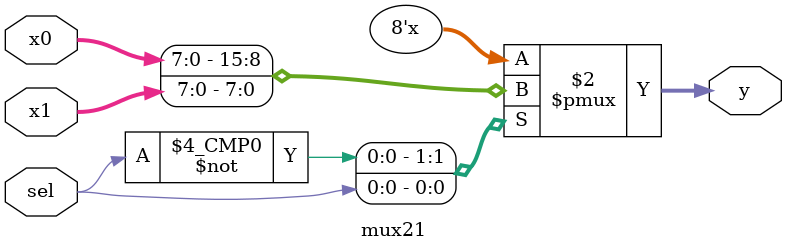
<source format=v>
`timescale 1ns / 1ps

module mux21 (
    input sel,
    input [7:0] x0,
    input [7:0] x1,

    output reg [7:0] y
);
    always @(*) begin  // * : 모든 변수 감시
        case (sel)
            1'b0:   y = x0;
            1'b1:   y = x1;
            default: y = x0;
        endcase
    end

endmodule
</source>
